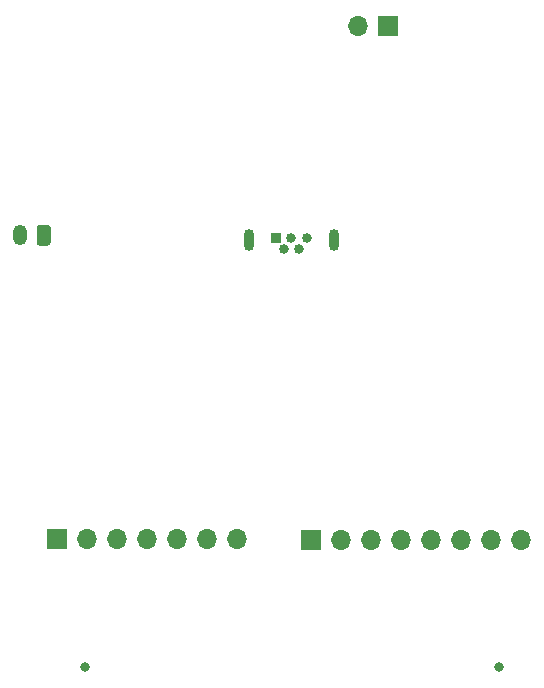
<source format=gbs>
%TF.GenerationSoftware,KiCad,Pcbnew,(5.1.9)-1*%
%TF.CreationDate,2021-03-18T14:02:07+01:00*%
%TF.ProjectId,clip,636c6970-2e6b-4696-9361-645f70636258,rev?*%
%TF.SameCoordinates,Original*%
%TF.FileFunction,Soldermask,Bot*%
%TF.FilePolarity,Negative*%
%FSLAX46Y46*%
G04 Gerber Fmt 4.6, Leading zero omitted, Abs format (unit mm)*
G04 Created by KiCad (PCBNEW (5.1.9)-1) date 2021-03-18 14:02:07*
%MOMM*%
%LPD*%
G01*
G04 APERTURE LIST*
%ADD10O,1.200000X1.750000*%
%ADD11O,0.850000X1.850000*%
%ADD12C,0.840000*%
%ADD13R,0.840000X0.840000*%
%ADD14O,1.700000X1.700000*%
%ADD15R,1.700000X1.700000*%
%ADD16C,0.800000*%
G04 APERTURE END LIST*
D10*
%TO.C,J1*%
X125800000Y-72370000D03*
G36*
G01*
X128400000Y-71744999D02*
X128400000Y-72995001D01*
G75*
G02*
X128150001Y-73245000I-249999J0D01*
G01*
X127449999Y-73245000D01*
G75*
G02*
X127200000Y-72995001I0J249999D01*
G01*
X127200000Y-71744999D01*
G75*
G02*
X127449999Y-71495000I249999J0D01*
G01*
X128150001Y-71495000D01*
G75*
G02*
X128400000Y-71744999I0J-249999D01*
G01*
G37*
%TD*%
D11*
%TO.C,J2*%
X152355000Y-72790000D03*
X145205000Y-72790000D03*
D12*
X150080000Y-72570000D03*
X149430000Y-73570000D03*
X148780000Y-72570000D03*
X148130000Y-73570000D03*
D13*
X147480000Y-72570000D03*
%TD*%
D14*
%TO.C,JP1*%
X154450000Y-54640000D03*
D15*
X156990000Y-54640000D03*
%TD*%
D16*
%TO.C,EN*%
X166350000Y-108920000D03*
%TD*%
%TO.C,BOOT*%
X131330000Y-108915000D03*
%TD*%
D14*
%TO.C,J4*%
X168220000Y-98170000D03*
X165680000Y-98170000D03*
X163140000Y-98170000D03*
X160600000Y-98170000D03*
X158060000Y-98170000D03*
X155520000Y-98170000D03*
X152980000Y-98170000D03*
D15*
X150440000Y-98170000D03*
%TD*%
D14*
%TO.C,J3*%
X144200000Y-98100000D03*
X141660000Y-98100000D03*
X139120000Y-98100000D03*
X136580000Y-98100000D03*
X134040000Y-98100000D03*
X131500000Y-98100000D03*
D15*
X128960000Y-98100000D03*
%TD*%
M02*

</source>
